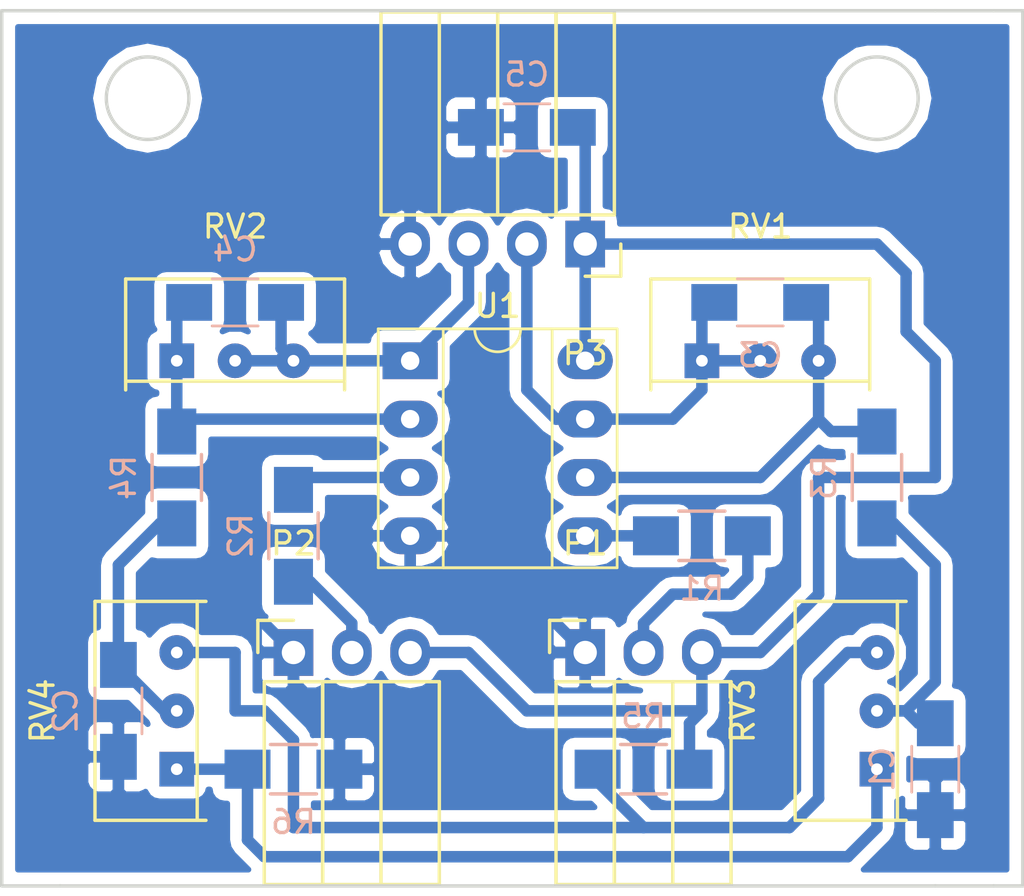
<source format=kicad_pcb>
(kicad_pcb (version 4) (host pcbnew 4.0.5)

  (general
    (links 38)
    (no_connects 0)
    (area 129.464999 93.904999 174.065001 132.155001)
    (thickness 1.6)
    (drawings 12)
    (tracks 113)
    (zones 0)
    (modules 19)
    (nets 15)
  )

  (page A4)
  (layers
    (0 F.Cu signal)
    (31 B.Cu signal)
    (32 B.Adhes user)
    (33 F.Adhes user)
    (34 B.Paste user)
    (35 F.Paste user)
    (36 B.SilkS user)
    (37 F.SilkS user)
    (38 B.Mask user)
    (39 F.Mask user)
    (40 Dwgs.User user)
    (41 Cmts.User user)
    (42 Eco1.User user)
    (43 Eco2.User user)
    (44 Edge.Cuts user)
    (45 Margin user)
    (46 B.CrtYd user)
    (47 F.CrtYd user)
    (48 B.Fab user)
    (49 F.Fab user)
  )

  (setup
    (last_trace_width 0.5)
    (user_trace_width 0.25)
    (user_trace_width 0.3)
    (user_trace_width 0.5)
    (trace_clearance 0.2)
    (zone_clearance 0.508)
    (zone_45_only no)
    (trace_min 0.2)
    (segment_width 0.2)
    (edge_width 0.15)
    (via_size 0.6)
    (via_drill 0.4)
    (via_min_size 0.4)
    (via_min_drill 0.3)
    (uvia_size 0.3)
    (uvia_drill 0.1)
    (uvias_allowed no)
    (uvia_min_size 0.2)
    (uvia_min_drill 0.1)
    (pcb_text_width 0.3)
    (pcb_text_size 1.5 1.5)
    (mod_edge_width 0.15)
    (mod_text_size 1 1)
    (mod_text_width 0.15)
    (pad_size 1.524 1.524)
    (pad_drill 0.762)
    (pad_to_mask_clearance 0.2)
    (aux_axis_origin 0 0)
    (visible_elements FFFEFF7F)
    (pcbplotparams
      (layerselection 0x00030_80000001)
      (usegerberextensions false)
      (excludeedgelayer true)
      (linewidth 0.100000)
      (plotframeref false)
      (viasonmask false)
      (mode 1)
      (useauxorigin false)
      (hpglpennumber 1)
      (hpglpenspeed 20)
      (hpglpendiameter 15)
      (hpglpenoverlay 2)
      (psnegative false)
      (psa4output false)
      (plotreference true)
      (plotvalue true)
      (plotinvisibletext false)
      (padsonsilk false)
      (subtractmaskfromsilk false)
      (outputformat 1)
      (mirror false)
      (drillshape 1)
      (scaleselection 1)
      (outputdirectory ""))
  )

  (net 0 "")
  (net 1 "Net-(C1-Pad1)")
  (net 2 GND)
  (net 3 "Net-(C2-Pad1)")
  (net 4 "Net-(C3-Pad1)")
  (net 5 "Net-(C3-Pad2)")
  (net 6 "Net-(C4-Pad1)")
  (net 7 "Net-(C4-Pad2)")
  (net 8 +5V)
  (net 9 "Net-(P1-Pad2)")
  (net 10 "Net-(P2-Pad2)")
  (net 11 "Net-(R1-Pad1)")
  (net 12 "Net-(R2-Pad1)")
  (net 13 "Net-(R5-Pad2)")
  (net 14 "Net-(R6-Pad1)")

  (net_class Default "Это класс цепей по умолчанию."
    (clearance 0.2)
    (trace_width 0.25)
    (via_dia 0.6)
    (via_drill 0.4)
    (uvia_dia 0.3)
    (uvia_drill 0.1)
    (add_net +5V)
    (add_net GND)
    (add_net "Net-(C1-Pad1)")
    (add_net "Net-(C2-Pad1)")
    (add_net "Net-(C3-Pad1)")
    (add_net "Net-(C3-Pad2)")
    (add_net "Net-(C4-Pad1)")
    (add_net "Net-(C4-Pad2)")
    (add_net "Net-(P1-Pad2)")
    (add_net "Net-(P2-Pad2)")
    (add_net "Net-(R1-Pad1)")
    (add_net "Net-(R2-Pad1)")
    (add_net "Net-(R5-Pad2)")
    (add_net "Net-(R6-Pad1)")
  )

  (module Capacitors_SMD:C_1206_HandSoldering placed (layer B.Cu) (tedit 541A9C03) (tstamp 58856023)
    (at 170.18 127 270)
    (descr "Capacitor SMD 1206, hand soldering")
    (tags "capacitor 1206")
    (path /588563CB)
    (attr smd)
    (fp_text reference C1 (at 0 2.3 270) (layer B.SilkS)
      (effects (font (size 1 1) (thickness 0.15)) (justify mirror))
    )
    (fp_text value 0,1 (at 0 -2.3 270) (layer B.Fab)
      (effects (font (size 1 1) (thickness 0.15)) (justify mirror))
    )
    (fp_line (start -1.6 -0.8) (end -1.6 0.8) (layer B.Fab) (width 0.1))
    (fp_line (start 1.6 -0.8) (end -1.6 -0.8) (layer B.Fab) (width 0.1))
    (fp_line (start 1.6 0.8) (end 1.6 -0.8) (layer B.Fab) (width 0.1))
    (fp_line (start -1.6 0.8) (end 1.6 0.8) (layer B.Fab) (width 0.1))
    (fp_line (start -3.3 1.15) (end 3.3 1.15) (layer B.CrtYd) (width 0.05))
    (fp_line (start -3.3 -1.15) (end 3.3 -1.15) (layer B.CrtYd) (width 0.05))
    (fp_line (start -3.3 1.15) (end -3.3 -1.15) (layer B.CrtYd) (width 0.05))
    (fp_line (start 3.3 1.15) (end 3.3 -1.15) (layer B.CrtYd) (width 0.05))
    (fp_line (start 1 1.025) (end -1 1.025) (layer B.SilkS) (width 0.12))
    (fp_line (start -1 -1.025) (end 1 -1.025) (layer B.SilkS) (width 0.12))
    (pad 1 smd rect (at -2 0 270) (size 2 1.6) (layers B.Cu B.Paste B.Mask)
      (net 1 "Net-(C1-Pad1)"))
    (pad 2 smd rect (at 2 0 270) (size 2 1.6) (layers B.Cu B.Paste B.Mask)
      (net 2 GND))
    (model Capacitors_SMD.3dshapes/C_1206_HandSoldering.wrl
      (at (xyz 0 0 0))
      (scale (xyz 1 1 1))
      (rotate (xyz 0 0 0))
    )
  )

  (module Capacitors_SMD:C_1206_HandSoldering placed (layer B.Cu) (tedit 541A9C03) (tstamp 58856029)
    (at 134.62 124.46 270)
    (descr "Capacitor SMD 1206, hand soldering")
    (tags "capacitor 1206")
    (path /588563CC)
    (attr smd)
    (fp_text reference C2 (at 0 2.3 270) (layer B.SilkS)
      (effects (font (size 1 1) (thickness 0.15)) (justify mirror))
    )
    (fp_text value 0,1 (at 0 -2.3 270) (layer B.Fab)
      (effects (font (size 1 1) (thickness 0.15)) (justify mirror))
    )
    (fp_line (start -1.6 -0.8) (end -1.6 0.8) (layer B.Fab) (width 0.1))
    (fp_line (start 1.6 -0.8) (end -1.6 -0.8) (layer B.Fab) (width 0.1))
    (fp_line (start 1.6 0.8) (end 1.6 -0.8) (layer B.Fab) (width 0.1))
    (fp_line (start -1.6 0.8) (end 1.6 0.8) (layer B.Fab) (width 0.1))
    (fp_line (start -3.3 1.15) (end 3.3 1.15) (layer B.CrtYd) (width 0.05))
    (fp_line (start -3.3 -1.15) (end 3.3 -1.15) (layer B.CrtYd) (width 0.05))
    (fp_line (start -3.3 1.15) (end -3.3 -1.15) (layer B.CrtYd) (width 0.05))
    (fp_line (start 3.3 1.15) (end 3.3 -1.15) (layer B.CrtYd) (width 0.05))
    (fp_line (start 1 1.025) (end -1 1.025) (layer B.SilkS) (width 0.12))
    (fp_line (start -1 -1.025) (end 1 -1.025) (layer B.SilkS) (width 0.12))
    (pad 1 smd rect (at -2 0 270) (size 2 1.6) (layers B.Cu B.Paste B.Mask)
      (net 3 "Net-(C2-Pad1)"))
    (pad 2 smd rect (at 2 0 270) (size 2 1.6) (layers B.Cu B.Paste B.Mask)
      (net 2 GND))
    (model Capacitors_SMD.3dshapes/C_1206_HandSoldering.wrl
      (at (xyz 0 0 0))
      (scale (xyz 1 1 1))
      (rotate (xyz 0 0 0))
    )
  )

  (module Capacitors_SMD:C_1206_HandSoldering placed (layer B.Cu) (tedit 541A9C03) (tstamp 5885602F)
    (at 162.56 106.68)
    (descr "Capacitor SMD 1206, hand soldering")
    (tags "capacitor 1206")
    (path /5885640B)
    (attr smd)
    (fp_text reference C3 (at 0 2.3) (layer B.SilkS)
      (effects (font (size 1 1) (thickness 0.15)) (justify mirror))
    )
    (fp_text value 0,01 (at 0 -2.3) (layer B.Fab)
      (effects (font (size 1 1) (thickness 0.15)) (justify mirror))
    )
    (fp_line (start -1.6 -0.8) (end -1.6 0.8) (layer B.Fab) (width 0.1))
    (fp_line (start 1.6 -0.8) (end -1.6 -0.8) (layer B.Fab) (width 0.1))
    (fp_line (start 1.6 0.8) (end 1.6 -0.8) (layer B.Fab) (width 0.1))
    (fp_line (start -1.6 0.8) (end 1.6 0.8) (layer B.Fab) (width 0.1))
    (fp_line (start -3.3 1.15) (end 3.3 1.15) (layer B.CrtYd) (width 0.05))
    (fp_line (start -3.3 -1.15) (end 3.3 -1.15) (layer B.CrtYd) (width 0.05))
    (fp_line (start -3.3 1.15) (end -3.3 -1.15) (layer B.CrtYd) (width 0.05))
    (fp_line (start 3.3 1.15) (end 3.3 -1.15) (layer B.CrtYd) (width 0.05))
    (fp_line (start 1 1.025) (end -1 1.025) (layer B.SilkS) (width 0.12))
    (fp_line (start -1 -1.025) (end 1 -1.025) (layer B.SilkS) (width 0.12))
    (pad 1 smd rect (at -2 0) (size 2 1.6) (layers B.Cu B.Paste B.Mask)
      (net 4 "Net-(C3-Pad1)"))
    (pad 2 smd rect (at 2 0) (size 2 1.6) (layers B.Cu B.Paste B.Mask)
      (net 5 "Net-(C3-Pad2)"))
    (model Capacitors_SMD.3dshapes/C_1206_HandSoldering.wrl
      (at (xyz 0 0 0))
      (scale (xyz 1 1 1))
      (rotate (xyz 0 0 0))
    )
  )

  (module Capacitors_SMD:C_1206_HandSoldering placed (layer B.Cu) (tedit 541A9C03) (tstamp 58856035)
    (at 139.7 106.68 180)
    (descr "Capacitor SMD 1206, hand soldering")
    (tags "capacitor 1206")
    (path /5885640C)
    (attr smd)
    (fp_text reference C4 (at 0 2.3 180) (layer B.SilkS)
      (effects (font (size 1 1) (thickness 0.15)) (justify mirror))
    )
    (fp_text value 0,01 (at 0 -2.3 180) (layer B.Fab)
      (effects (font (size 1 1) (thickness 0.15)) (justify mirror))
    )
    (fp_line (start -1.6 -0.8) (end -1.6 0.8) (layer B.Fab) (width 0.1))
    (fp_line (start 1.6 -0.8) (end -1.6 -0.8) (layer B.Fab) (width 0.1))
    (fp_line (start 1.6 0.8) (end 1.6 -0.8) (layer B.Fab) (width 0.1))
    (fp_line (start -1.6 0.8) (end 1.6 0.8) (layer B.Fab) (width 0.1))
    (fp_line (start -3.3 1.15) (end 3.3 1.15) (layer B.CrtYd) (width 0.05))
    (fp_line (start -3.3 -1.15) (end 3.3 -1.15) (layer B.CrtYd) (width 0.05))
    (fp_line (start -3.3 1.15) (end -3.3 -1.15) (layer B.CrtYd) (width 0.05))
    (fp_line (start 3.3 1.15) (end 3.3 -1.15) (layer B.CrtYd) (width 0.05))
    (fp_line (start 1 1.025) (end -1 1.025) (layer B.SilkS) (width 0.12))
    (fp_line (start -1 -1.025) (end 1 -1.025) (layer B.SilkS) (width 0.12))
    (pad 1 smd rect (at -2 0 180) (size 2 1.6) (layers B.Cu B.Paste B.Mask)
      (net 6 "Net-(C4-Pad1)"))
    (pad 2 smd rect (at 2 0 180) (size 2 1.6) (layers B.Cu B.Paste B.Mask)
      (net 7 "Net-(C4-Pad2)"))
    (model Capacitors_SMD.3dshapes/C_1206_HandSoldering.wrl
      (at (xyz 0 0 0))
      (scale (xyz 1 1 1))
      (rotate (xyz 0 0 0))
    )
  )

  (module Capacitors_SMD:C_1206_HandSoldering placed (layer B.Cu) (tedit 541A9C03) (tstamp 5885603B)
    (at 152.4 99.06 180)
    (descr "Capacitor SMD 1206, hand soldering")
    (tags "capacitor 1206")
    (path /58858BB9)
    (attr smd)
    (fp_text reference C5 (at 0 2.3 180) (layer B.SilkS)
      (effects (font (size 1 1) (thickness 0.15)) (justify mirror))
    )
    (fp_text value 0,1 (at 0 -2.3 180) (layer B.Fab)
      (effects (font (size 1 1) (thickness 0.15)) (justify mirror))
    )
    (fp_line (start -1.6 -0.8) (end -1.6 0.8) (layer B.Fab) (width 0.1))
    (fp_line (start 1.6 -0.8) (end -1.6 -0.8) (layer B.Fab) (width 0.1))
    (fp_line (start 1.6 0.8) (end 1.6 -0.8) (layer B.Fab) (width 0.1))
    (fp_line (start -1.6 0.8) (end 1.6 0.8) (layer B.Fab) (width 0.1))
    (fp_line (start -3.3 1.15) (end 3.3 1.15) (layer B.CrtYd) (width 0.05))
    (fp_line (start -3.3 -1.15) (end 3.3 -1.15) (layer B.CrtYd) (width 0.05))
    (fp_line (start -3.3 1.15) (end -3.3 -1.15) (layer B.CrtYd) (width 0.05))
    (fp_line (start 3.3 1.15) (end 3.3 -1.15) (layer B.CrtYd) (width 0.05))
    (fp_line (start 1 1.025) (end -1 1.025) (layer B.SilkS) (width 0.12))
    (fp_line (start -1 -1.025) (end 1 -1.025) (layer B.SilkS) (width 0.12))
    (pad 1 smd rect (at -2 0 180) (size 2 1.6) (layers B.Cu B.Paste B.Mask)
      (net 8 +5V))
    (pad 2 smd rect (at 2 0 180) (size 2 1.6) (layers B.Cu B.Paste B.Mask)
      (net 2 GND))
    (model Capacitors_SMD.3dshapes/C_1206_HandSoldering.wrl
      (at (xyz 0 0 0))
      (scale (xyz 1 1 1))
      (rotate (xyz 0 0 0))
    )
  )

  (module Socket_Strips:Socket_Strip_Angled_1x03 placed (layer F.Cu) (tedit 0) (tstamp 58856042)
    (at 154.94 121.92)
    (descr "Through hole socket strip")
    (tags "socket strip")
    (path /588563B6)
    (fp_text reference P1 (at 0 -4.75) (layer F.SilkS)
      (effects (font (size 1 1) (thickness 0.15)))
    )
    (fp_text value Hall_L (at 0 -2.75) (layer F.Fab)
      (effects (font (size 1 1) (thickness 0.15)))
    )
    (fp_line (start -1.75 -1.5) (end -1.75 10.6) (layer F.CrtYd) (width 0.05))
    (fp_line (start 6.85 -1.5) (end 6.85 10.6) (layer F.CrtYd) (width 0.05))
    (fp_line (start -1.75 -1.5) (end 6.85 -1.5) (layer F.CrtYd) (width 0.05))
    (fp_line (start -1.75 10.6) (end 6.85 10.6) (layer F.CrtYd) (width 0.05))
    (fp_line (start 3.81 1.27) (end 6.35 1.27) (layer F.SilkS) (width 0.15))
    (fp_line (start 3.81 10.1) (end 6.35 10.1) (layer F.SilkS) (width 0.15))
    (fp_line (start 6.35 10.1) (end 6.35 1.27) (layer F.SilkS) (width 0.15))
    (fp_line (start 3.81 10.1) (end 3.81 1.27) (layer F.SilkS) (width 0.15))
    (fp_line (start 1.27 10.1) (end 3.81 10.1) (layer F.SilkS) (width 0.15))
    (fp_line (start 1.27 1.27) (end 1.27 10.1) (layer F.SilkS) (width 0.15))
    (fp_line (start 1.27 1.27) (end 3.81 1.27) (layer F.SilkS) (width 0.15))
    (fp_line (start -1.27 1.27) (end 1.27 1.27) (layer F.SilkS) (width 0.15))
    (fp_line (start 0 -1.4) (end -1.55 -1.4) (layer F.SilkS) (width 0.15))
    (fp_line (start -1.55 -1.4) (end -1.55 0) (layer F.SilkS) (width 0.15))
    (fp_line (start -1.27 1.27) (end -1.27 10.1) (layer F.SilkS) (width 0.15))
    (fp_line (start -1.27 10.1) (end 1.27 10.1) (layer F.SilkS) (width 0.15))
    (fp_line (start 1.27 10.1) (end 1.27 1.27) (layer F.SilkS) (width 0.15))
    (pad 1 thru_hole rect (at 0 0) (size 1.7272 2.032) (drill 1.016) (layers *.Cu *.Mask)
      (net 2 GND))
    (pad 2 thru_hole oval (at 2.54 0) (size 1.7272 2.032) (drill 1.016) (layers *.Cu *.Mask)
      (net 9 "Net-(P1-Pad2)"))
    (pad 3 thru_hole oval (at 5.08 0) (size 1.7272 2.032) (drill 1.016) (layers *.Cu *.Mask)
      (net 8 +5V))
    (model Socket_Strips.3dshapes/Socket_Strip_Angled_1x03.wrl
      (at (xyz 0.1 0 0))
      (scale (xyz 1 1 1))
      (rotate (xyz 0 0 180))
    )
  )

  (module Socket_Strips:Socket_Strip_Angled_1x03 placed (layer F.Cu) (tedit 0) (tstamp 58856049)
    (at 142.24 121.92)
    (descr "Through hole socket strip")
    (tags "socket strip")
    (path /588563B7)
    (fp_text reference P2 (at 0 -4.75) (layer F.SilkS)
      (effects (font (size 1 1) (thickness 0.15)))
    )
    (fp_text value Hall_R (at 0 -2.75) (layer F.Fab)
      (effects (font (size 1 1) (thickness 0.15)))
    )
    (fp_line (start -1.75 -1.5) (end -1.75 10.6) (layer F.CrtYd) (width 0.05))
    (fp_line (start 6.85 -1.5) (end 6.85 10.6) (layer F.CrtYd) (width 0.05))
    (fp_line (start -1.75 -1.5) (end 6.85 -1.5) (layer F.CrtYd) (width 0.05))
    (fp_line (start -1.75 10.6) (end 6.85 10.6) (layer F.CrtYd) (width 0.05))
    (fp_line (start 3.81 1.27) (end 6.35 1.27) (layer F.SilkS) (width 0.15))
    (fp_line (start 3.81 10.1) (end 6.35 10.1) (layer F.SilkS) (width 0.15))
    (fp_line (start 6.35 10.1) (end 6.35 1.27) (layer F.SilkS) (width 0.15))
    (fp_line (start 3.81 10.1) (end 3.81 1.27) (layer F.SilkS) (width 0.15))
    (fp_line (start 1.27 10.1) (end 3.81 10.1) (layer F.SilkS) (width 0.15))
    (fp_line (start 1.27 1.27) (end 1.27 10.1) (layer F.SilkS) (width 0.15))
    (fp_line (start 1.27 1.27) (end 3.81 1.27) (layer F.SilkS) (width 0.15))
    (fp_line (start -1.27 1.27) (end 1.27 1.27) (layer F.SilkS) (width 0.15))
    (fp_line (start 0 -1.4) (end -1.55 -1.4) (layer F.SilkS) (width 0.15))
    (fp_line (start -1.55 -1.4) (end -1.55 0) (layer F.SilkS) (width 0.15))
    (fp_line (start -1.27 1.27) (end -1.27 10.1) (layer F.SilkS) (width 0.15))
    (fp_line (start -1.27 10.1) (end 1.27 10.1) (layer F.SilkS) (width 0.15))
    (fp_line (start 1.27 10.1) (end 1.27 1.27) (layer F.SilkS) (width 0.15))
    (pad 1 thru_hole rect (at 0 0) (size 1.7272 2.032) (drill 1.016) (layers *.Cu *.Mask)
      (net 2 GND))
    (pad 2 thru_hole oval (at 2.54 0) (size 1.7272 2.032) (drill 1.016) (layers *.Cu *.Mask)
      (net 10 "Net-(P2-Pad2)"))
    (pad 3 thru_hole oval (at 5.08 0) (size 1.7272 2.032) (drill 1.016) (layers *.Cu *.Mask)
      (net 8 +5V))
    (model Socket_Strips.3dshapes/Socket_Strip_Angled_1x03.wrl
      (at (xyz 0.1 0 0))
      (scale (xyz 1 1 1))
      (rotate (xyz 0 0 180))
    )
  )

  (module Socket_Strips:Socket_Strip_Angled_1x04 placed (layer F.Cu) (tedit 0) (tstamp 58856051)
    (at 154.94 104.14 180)
    (descr "Through hole socket strip")
    (tags "socket strip")
    (path /5885853D)
    (fp_text reference P3 (at 0 -4.75 180) (layer F.SilkS)
      (effects (font (size 1 1) (thickness 0.15)))
    )
    (fp_text value CONN_01X04 (at 0 -2.75 180) (layer F.Fab)
      (effects (font (size 1 1) (thickness 0.15)))
    )
    (fp_line (start -1.75 -1.5) (end -1.75 10.6) (layer F.CrtYd) (width 0.05))
    (fp_line (start 9.4 -1.5) (end 9.4 10.6) (layer F.CrtYd) (width 0.05))
    (fp_line (start -1.75 -1.5) (end 9.4 -1.5) (layer F.CrtYd) (width 0.05))
    (fp_line (start -1.75 10.6) (end 9.4 10.6) (layer F.CrtYd) (width 0.05))
    (fp_line (start 8.89 10.1) (end 8.89 1.27) (layer F.SilkS) (width 0.15))
    (fp_line (start 6.35 10.1) (end 8.89 10.1) (layer F.SilkS) (width 0.15))
    (fp_line (start 6.35 1.27) (end 8.89 1.27) (layer F.SilkS) (width 0.15))
    (fp_line (start 3.81 1.27) (end 6.35 1.27) (layer F.SilkS) (width 0.15))
    (fp_line (start 3.81 10.1) (end 6.35 10.1) (layer F.SilkS) (width 0.15))
    (fp_line (start 6.35 10.1) (end 6.35 1.27) (layer F.SilkS) (width 0.15))
    (fp_line (start 3.81 10.1) (end 3.81 1.27) (layer F.SilkS) (width 0.15))
    (fp_line (start 1.27 10.1) (end 3.81 10.1) (layer F.SilkS) (width 0.15))
    (fp_line (start 1.27 1.27) (end 1.27 10.1) (layer F.SilkS) (width 0.15))
    (fp_line (start 1.27 1.27) (end 3.81 1.27) (layer F.SilkS) (width 0.15))
    (fp_line (start -1.27 1.27) (end 1.27 1.27) (layer F.SilkS) (width 0.15))
    (fp_line (start 0 -1.4) (end -1.55 -1.4) (layer F.SilkS) (width 0.15))
    (fp_line (start -1.55 -1.4) (end -1.55 0) (layer F.SilkS) (width 0.15))
    (fp_line (start -1.27 1.27) (end -1.27 10.1) (layer F.SilkS) (width 0.15))
    (fp_line (start -1.27 10.1) (end 1.27 10.1) (layer F.SilkS) (width 0.15))
    (fp_line (start 1.27 10.1) (end 1.27 1.27) (layer F.SilkS) (width 0.15))
    (pad 1 thru_hole rect (at 0 0 180) (size 1.7272 2.032) (drill 1.016) (layers *.Cu *.Mask)
      (net 8 +5V))
    (pad 2 thru_hole oval (at 2.54 0 180) (size 1.7272 2.032) (drill 1.016) (layers *.Cu *.Mask)
      (net 4 "Net-(C3-Pad1)"))
    (pad 3 thru_hole oval (at 5.08 0 180) (size 1.7272 2.032) (drill 1.016) (layers *.Cu *.Mask)
      (net 6 "Net-(C4-Pad1)"))
    (pad 4 thru_hole oval (at 7.62 0 180) (size 1.7272 2.032) (drill 1.016) (layers *.Cu *.Mask)
      (net 2 GND))
    (model Socket_Strips.3dshapes/Socket_Strip_Angled_1x04.wrl
      (at (xyz 0.15 0 0))
      (scale (xyz 1 1 1))
      (rotate (xyz 0 0 180))
    )
  )

  (module Resistors_SMD:R_1206_HandSoldering placed (layer B.Cu) (tedit 58307C0D) (tstamp 58856057)
    (at 160.02 116.84)
    (descr "Resistor SMD 1206, hand soldering")
    (tags "resistor 1206")
    (path /588563BF)
    (attr smd)
    (fp_text reference R1 (at 0 2.3) (layer B.SilkS)
      (effects (font (size 1 1) (thickness 0.15)) (justify mirror))
    )
    (fp_text value 10k (at 0 -2.3) (layer B.Fab)
      (effects (font (size 1 1) (thickness 0.15)) (justify mirror))
    )
    (fp_line (start -1.6 -0.8) (end -1.6 0.8) (layer B.Fab) (width 0.1))
    (fp_line (start 1.6 -0.8) (end -1.6 -0.8) (layer B.Fab) (width 0.1))
    (fp_line (start 1.6 0.8) (end 1.6 -0.8) (layer B.Fab) (width 0.1))
    (fp_line (start -1.6 0.8) (end 1.6 0.8) (layer B.Fab) (width 0.1))
    (fp_line (start -3.3 1.2) (end 3.3 1.2) (layer B.CrtYd) (width 0.05))
    (fp_line (start -3.3 -1.2) (end 3.3 -1.2) (layer B.CrtYd) (width 0.05))
    (fp_line (start -3.3 1.2) (end -3.3 -1.2) (layer B.CrtYd) (width 0.05))
    (fp_line (start 3.3 1.2) (end 3.3 -1.2) (layer B.CrtYd) (width 0.05))
    (fp_line (start 1 -1.075) (end -1 -1.075) (layer B.SilkS) (width 0.15))
    (fp_line (start -1 1.075) (end 1 1.075) (layer B.SilkS) (width 0.15))
    (pad 1 smd rect (at -2 0) (size 2 1.7) (layers B.Cu B.Paste B.Mask)
      (net 11 "Net-(R1-Pad1)"))
    (pad 2 smd rect (at 2 0) (size 2 1.7) (layers B.Cu B.Paste B.Mask)
      (net 9 "Net-(P1-Pad2)"))
    (model Resistors_SMD.3dshapes/R_1206_HandSoldering.wrl
      (at (xyz 0 0 0))
      (scale (xyz 1 1 1))
      (rotate (xyz 0 0 0))
    )
  )

  (module Resistors_SMD:R_1206_HandSoldering placed (layer B.Cu) (tedit 58307C0D) (tstamp 5885605D)
    (at 142.24 116.84 270)
    (descr "Resistor SMD 1206, hand soldering")
    (tags "resistor 1206")
    (path /588563C0)
    (attr smd)
    (fp_text reference R2 (at 0 2.3 270) (layer B.SilkS)
      (effects (font (size 1 1) (thickness 0.15)) (justify mirror))
    )
    (fp_text value 10k (at 0 -2.3 270) (layer B.Fab)
      (effects (font (size 1 1) (thickness 0.15)) (justify mirror))
    )
    (fp_line (start -1.6 -0.8) (end -1.6 0.8) (layer B.Fab) (width 0.1))
    (fp_line (start 1.6 -0.8) (end -1.6 -0.8) (layer B.Fab) (width 0.1))
    (fp_line (start 1.6 0.8) (end 1.6 -0.8) (layer B.Fab) (width 0.1))
    (fp_line (start -1.6 0.8) (end 1.6 0.8) (layer B.Fab) (width 0.1))
    (fp_line (start -3.3 1.2) (end 3.3 1.2) (layer B.CrtYd) (width 0.05))
    (fp_line (start -3.3 -1.2) (end 3.3 -1.2) (layer B.CrtYd) (width 0.05))
    (fp_line (start -3.3 1.2) (end -3.3 -1.2) (layer B.CrtYd) (width 0.05))
    (fp_line (start 3.3 1.2) (end 3.3 -1.2) (layer B.CrtYd) (width 0.05))
    (fp_line (start 1 -1.075) (end -1 -1.075) (layer B.SilkS) (width 0.15))
    (fp_line (start -1 1.075) (end 1 1.075) (layer B.SilkS) (width 0.15))
    (pad 1 smd rect (at -2 0 270) (size 2 1.7) (layers B.Cu B.Paste B.Mask)
      (net 12 "Net-(R2-Pad1)"))
    (pad 2 smd rect (at 2 0 270) (size 2 1.7) (layers B.Cu B.Paste B.Mask)
      (net 10 "Net-(P2-Pad2)"))
    (model Resistors_SMD.3dshapes/R_1206_HandSoldering.wrl
      (at (xyz 0 0 0))
      (scale (xyz 1 1 1))
      (rotate (xyz 0 0 0))
    )
  )

  (module Resistors_SMD:R_1206_HandSoldering placed (layer B.Cu) (tedit 58307C0D) (tstamp 58856063)
    (at 167.64 114.3 270)
    (descr "Resistor SMD 1206, hand soldering")
    (tags "resistor 1206")
    (path /588563C1)
    (attr smd)
    (fp_text reference R3 (at 0 2.3 270) (layer B.SilkS)
      (effects (font (size 1 1) (thickness 0.15)) (justify mirror))
    )
    (fp_text value 22k (at 0 -2.3 270) (layer B.Fab)
      (effects (font (size 1 1) (thickness 0.15)) (justify mirror))
    )
    (fp_line (start -1.6 -0.8) (end -1.6 0.8) (layer B.Fab) (width 0.1))
    (fp_line (start 1.6 -0.8) (end -1.6 -0.8) (layer B.Fab) (width 0.1))
    (fp_line (start 1.6 0.8) (end 1.6 -0.8) (layer B.Fab) (width 0.1))
    (fp_line (start -1.6 0.8) (end 1.6 0.8) (layer B.Fab) (width 0.1))
    (fp_line (start -3.3 1.2) (end 3.3 1.2) (layer B.CrtYd) (width 0.05))
    (fp_line (start -3.3 -1.2) (end 3.3 -1.2) (layer B.CrtYd) (width 0.05))
    (fp_line (start -3.3 1.2) (end -3.3 -1.2) (layer B.CrtYd) (width 0.05))
    (fp_line (start 3.3 1.2) (end 3.3 -1.2) (layer B.CrtYd) (width 0.05))
    (fp_line (start 1 -1.075) (end -1 -1.075) (layer B.SilkS) (width 0.15))
    (fp_line (start -1 1.075) (end 1 1.075) (layer B.SilkS) (width 0.15))
    (pad 1 smd rect (at -2 0 270) (size 2 1.7) (layers B.Cu B.Paste B.Mask)
      (net 5 "Net-(C3-Pad2)"))
    (pad 2 smd rect (at 2 0 270) (size 2 1.7) (layers B.Cu B.Paste B.Mask)
      (net 1 "Net-(C1-Pad1)"))
    (model Resistors_SMD.3dshapes/R_1206_HandSoldering.wrl
      (at (xyz 0 0 0))
      (scale (xyz 1 1 1))
      (rotate (xyz 0 0 0))
    )
  )

  (module Resistors_SMD:R_1206_HandSoldering placed (layer B.Cu) (tedit 58307C0D) (tstamp 58856069)
    (at 137.16 114.3 270)
    (descr "Resistor SMD 1206, hand soldering")
    (tags "resistor 1206")
    (path /588563C2)
    (attr smd)
    (fp_text reference R4 (at 0 2.3 270) (layer B.SilkS)
      (effects (font (size 1 1) (thickness 0.15)) (justify mirror))
    )
    (fp_text value 22k (at 0 -2.3 270) (layer B.Fab)
      (effects (font (size 1 1) (thickness 0.15)) (justify mirror))
    )
    (fp_line (start -1.6 -0.8) (end -1.6 0.8) (layer B.Fab) (width 0.1))
    (fp_line (start 1.6 -0.8) (end -1.6 -0.8) (layer B.Fab) (width 0.1))
    (fp_line (start 1.6 0.8) (end 1.6 -0.8) (layer B.Fab) (width 0.1))
    (fp_line (start -1.6 0.8) (end 1.6 0.8) (layer B.Fab) (width 0.1))
    (fp_line (start -3.3 1.2) (end 3.3 1.2) (layer B.CrtYd) (width 0.05))
    (fp_line (start -3.3 -1.2) (end 3.3 -1.2) (layer B.CrtYd) (width 0.05))
    (fp_line (start -3.3 1.2) (end -3.3 -1.2) (layer B.CrtYd) (width 0.05))
    (fp_line (start 3.3 1.2) (end 3.3 -1.2) (layer B.CrtYd) (width 0.05))
    (fp_line (start 1 -1.075) (end -1 -1.075) (layer B.SilkS) (width 0.15))
    (fp_line (start -1 1.075) (end 1 1.075) (layer B.SilkS) (width 0.15))
    (pad 1 smd rect (at -2 0 270) (size 2 1.7) (layers B.Cu B.Paste B.Mask)
      (net 7 "Net-(C4-Pad2)"))
    (pad 2 smd rect (at 2 0 270) (size 2 1.7) (layers B.Cu B.Paste B.Mask)
      (net 3 "Net-(C2-Pad1)"))
    (model Resistors_SMD.3dshapes/R_1206_HandSoldering.wrl
      (at (xyz 0 0 0))
      (scale (xyz 1 1 1))
      (rotate (xyz 0 0 0))
    )
  )

  (module Resistors_SMD:R_1206_HandSoldering placed (layer B.Cu) (tedit 58307C0D) (tstamp 5885606F)
    (at 157.48 127 180)
    (descr "Resistor SMD 1206, hand soldering")
    (tags "resistor 1206")
    (path /588563C7)
    (attr smd)
    (fp_text reference R5 (at 0 2.3 180) (layer B.SilkS)
      (effects (font (size 1 1) (thickness 0.15)) (justify mirror))
    )
    (fp_text value 1k (at 0 -2.3 180) (layer B.Fab)
      (effects (font (size 1 1) (thickness 0.15)) (justify mirror))
    )
    (fp_line (start -1.6 -0.8) (end -1.6 0.8) (layer B.Fab) (width 0.1))
    (fp_line (start 1.6 -0.8) (end -1.6 -0.8) (layer B.Fab) (width 0.1))
    (fp_line (start 1.6 0.8) (end 1.6 -0.8) (layer B.Fab) (width 0.1))
    (fp_line (start -1.6 0.8) (end 1.6 0.8) (layer B.Fab) (width 0.1))
    (fp_line (start -3.3 1.2) (end 3.3 1.2) (layer B.CrtYd) (width 0.05))
    (fp_line (start -3.3 -1.2) (end 3.3 -1.2) (layer B.CrtYd) (width 0.05))
    (fp_line (start -3.3 1.2) (end -3.3 -1.2) (layer B.CrtYd) (width 0.05))
    (fp_line (start 3.3 1.2) (end 3.3 -1.2) (layer B.CrtYd) (width 0.05))
    (fp_line (start 1 -1.075) (end -1 -1.075) (layer B.SilkS) (width 0.15))
    (fp_line (start -1 1.075) (end 1 1.075) (layer B.SilkS) (width 0.15))
    (pad 1 smd rect (at -2 0 180) (size 2 1.7) (layers B.Cu B.Paste B.Mask)
      (net 8 +5V))
    (pad 2 smd rect (at 2 0 180) (size 2 1.7) (layers B.Cu B.Paste B.Mask)
      (net 13 "Net-(R5-Pad2)"))
    (model Resistors_SMD.3dshapes/R_1206_HandSoldering.wrl
      (at (xyz 0 0 0))
      (scale (xyz 1 1 1))
      (rotate (xyz 0 0 0))
    )
  )

  (module Resistors_SMD:R_1206_HandSoldering placed (layer B.Cu) (tedit 58307C0D) (tstamp 58856075)
    (at 142.24 127)
    (descr "Resistor SMD 1206, hand soldering")
    (tags "resistor 1206")
    (path /588563C8)
    (attr smd)
    (fp_text reference R6 (at 0 2.3) (layer B.SilkS)
      (effects (font (size 1 1) (thickness 0.15)) (justify mirror))
    )
    (fp_text value 1k (at 0 -2.3) (layer B.Fab)
      (effects (font (size 1 1) (thickness 0.15)) (justify mirror))
    )
    (fp_line (start -1.6 -0.8) (end -1.6 0.8) (layer B.Fab) (width 0.1))
    (fp_line (start 1.6 -0.8) (end -1.6 -0.8) (layer B.Fab) (width 0.1))
    (fp_line (start 1.6 0.8) (end 1.6 -0.8) (layer B.Fab) (width 0.1))
    (fp_line (start -1.6 0.8) (end 1.6 0.8) (layer B.Fab) (width 0.1))
    (fp_line (start -3.3 1.2) (end 3.3 1.2) (layer B.CrtYd) (width 0.05))
    (fp_line (start -3.3 -1.2) (end 3.3 -1.2) (layer B.CrtYd) (width 0.05))
    (fp_line (start -3.3 1.2) (end -3.3 -1.2) (layer B.CrtYd) (width 0.05))
    (fp_line (start 3.3 1.2) (end 3.3 -1.2) (layer B.CrtYd) (width 0.05))
    (fp_line (start 1 -1.075) (end -1 -1.075) (layer B.SilkS) (width 0.15))
    (fp_line (start -1 1.075) (end 1 1.075) (layer B.SilkS) (width 0.15))
    (pad 1 smd rect (at -2 0) (size 2 1.7) (layers B.Cu B.Paste B.Mask)
      (net 14 "Net-(R6-Pad1)"))
    (pad 2 smd rect (at 2 0) (size 2 1.7) (layers B.Cu B.Paste B.Mask)
      (net 2 GND))
    (model Resistors_SMD.3dshapes/R_1206_HandSoldering.wrl
      (at (xyz 0 0 0))
      (scale (xyz 1 1 1))
      (rotate (xyz 0 0 0))
    )
  )

  (module Potentiometers:Potentiometer_Trimmer-Suntan-TSR-3386C placed (layer F.Cu) (tedit 53FD2F53) (tstamp 5885607C)
    (at 160.02 109.22)
    (path /588563C3)
    (fp_text reference RV1 (at 2.54 -5.842) (layer F.SilkS)
      (effects (font (size 1 1) (thickness 0.15)))
    )
    (fp_text value 22k (at 2.286 2.032) (layer F.Fab)
      (effects (font (size 1 1) (thickness 0.15)))
    )
    (fp_line (start -2.225 -3.56) (end 7.305 -3.56) (layer F.SilkS) (width 0.15))
    (fp_line (start 7.305 -3.56) (end 7.305 1.27) (layer F.SilkS) (width 0.15))
    (fp_line (start 7.305 0.89) (end -2.225 0.89) (layer F.SilkS) (width 0.15))
    (fp_line (start -2.225 -3.56) (end -2.225 1.27) (layer F.SilkS) (width 0.15))
    (pad 3 thru_hole circle (at 5.08 0) (size 1.51 1.51) (drill 0.51) (layers *.Cu *.Mask)
      (net 5 "Net-(C3-Pad2)"))
    (pad 1 thru_hole rect (at 0 0) (size 1.51 1.51) (drill 0.51) (layers *.Cu *.Mask)
      (net 4 "Net-(C3-Pad1)"))
    (pad 2 thru_hole circle (at 2.54 0) (size 1.51 1.51) (drill 0.51) (layers *.Cu *.Mask)
      (net 4 "Net-(C3-Pad1)"))
  )

  (module Potentiometers:Potentiometer_Trimmer-Suntan-TSR-3386C placed (layer F.Cu) (tedit 53FD2F53) (tstamp 58856083)
    (at 137.16 109.22)
    (path /588563C4)
    (fp_text reference RV2 (at 2.54 -5.842) (layer F.SilkS)
      (effects (font (size 1 1) (thickness 0.15)))
    )
    (fp_text value 22k (at 2.286 2.032) (layer F.Fab)
      (effects (font (size 1 1) (thickness 0.15)))
    )
    (fp_line (start -2.225 -3.56) (end 7.305 -3.56) (layer F.SilkS) (width 0.15))
    (fp_line (start 7.305 -3.56) (end 7.305 1.27) (layer F.SilkS) (width 0.15))
    (fp_line (start 7.305 0.89) (end -2.225 0.89) (layer F.SilkS) (width 0.15))
    (fp_line (start -2.225 -3.56) (end -2.225 1.27) (layer F.SilkS) (width 0.15))
    (pad 3 thru_hole circle (at 5.08 0) (size 1.51 1.51) (drill 0.51) (layers *.Cu *.Mask)
      (net 6 "Net-(C4-Pad1)"))
    (pad 1 thru_hole rect (at 0 0) (size 1.51 1.51) (drill 0.51) (layers *.Cu *.Mask)
      (net 7 "Net-(C4-Pad2)"))
    (pad 2 thru_hole circle (at 2.54 0) (size 1.51 1.51) (drill 0.51) (layers *.Cu *.Mask)
      (net 6 "Net-(C4-Pad1)"))
  )

  (module Potentiometers:Potentiometer_Trimmer-Suntan-TSR-3386C placed (layer F.Cu) (tedit 53FD2F53) (tstamp 5885608A)
    (at 167.64 127 90)
    (path /588563C5)
    (fp_text reference RV3 (at 2.54 -5.842 90) (layer F.SilkS)
      (effects (font (size 1 1) (thickness 0.15)))
    )
    (fp_text value 2,2k (at 2.286 2.032 90) (layer F.Fab)
      (effects (font (size 1 1) (thickness 0.15)))
    )
    (fp_line (start -2.225 -3.56) (end 7.305 -3.56) (layer F.SilkS) (width 0.15))
    (fp_line (start 7.305 -3.56) (end 7.305 1.27) (layer F.SilkS) (width 0.15))
    (fp_line (start 7.305 0.89) (end -2.225 0.89) (layer F.SilkS) (width 0.15))
    (fp_line (start -2.225 -3.56) (end -2.225 1.27) (layer F.SilkS) (width 0.15))
    (pad 3 thru_hole circle (at 5.08 0 90) (size 1.51 1.51) (drill 0.51) (layers *.Cu *.Mask)
      (net 13 "Net-(R5-Pad2)"))
    (pad 1 thru_hole rect (at 0 0 90) (size 1.51 1.51) (drill 0.51) (layers *.Cu *.Mask)
      (net 14 "Net-(R6-Pad1)"))
    (pad 2 thru_hole circle (at 2.54 0 90) (size 1.51 1.51) (drill 0.51) (layers *.Cu *.Mask)
      (net 1 "Net-(C1-Pad1)"))
  )

  (module Potentiometers:Potentiometer_Trimmer-Suntan-TSR-3386C placed (layer F.Cu) (tedit 53FD2F53) (tstamp 58856091)
    (at 137.16 127 90)
    (path /588563C6)
    (fp_text reference RV4 (at 2.54 -5.842 90) (layer F.SilkS)
      (effects (font (size 1 1) (thickness 0.15)))
    )
    (fp_text value 2,2k (at 2.286 2.032 90) (layer F.Fab)
      (effects (font (size 1 1) (thickness 0.15)))
    )
    (fp_line (start -2.225 -3.56) (end 7.305 -3.56) (layer F.SilkS) (width 0.15))
    (fp_line (start 7.305 -3.56) (end 7.305 1.27) (layer F.SilkS) (width 0.15))
    (fp_line (start 7.305 0.89) (end -2.225 0.89) (layer F.SilkS) (width 0.15))
    (fp_line (start -2.225 -3.56) (end -2.225 1.27) (layer F.SilkS) (width 0.15))
    (pad 3 thru_hole circle (at 5.08 0 90) (size 1.51 1.51) (drill 0.51) (layers *.Cu *.Mask)
      (net 13 "Net-(R5-Pad2)"))
    (pad 1 thru_hole rect (at 0 0 90) (size 1.51 1.51) (drill 0.51) (layers *.Cu *.Mask)
      (net 14 "Net-(R6-Pad1)"))
    (pad 2 thru_hole circle (at 2.54 0 90) (size 1.51 1.51) (drill 0.51) (layers *.Cu *.Mask)
      (net 3 "Net-(C2-Pad1)"))
  )

  (module Housings_DIP:DIP-8_W7.62mm_Socket_LongPads placed (layer F.Cu) (tedit 586281B4) (tstamp 5885609D)
    (at 147.32 109.22)
    (descr "8-lead dip package, row spacing 7.62 mm (300 mils), Socket, LongPads")
    (tags "DIL DIP PDIP 2.54mm 7.62mm 300mil Socket LongPads")
    (path /588563BC)
    (fp_text reference U1 (at 3.81 -2.39) (layer F.SilkS)
      (effects (font (size 1 1) (thickness 0.15)))
    )
    (fp_text value MCP602 (at 3.81 10.01) (layer F.Fab)
      (effects (font (size 1 1) (thickness 0.15)))
    )
    (fp_arc (start 3.81 -1.39) (end 2.81 -1.39) (angle -180) (layer F.SilkS) (width 0.12))
    (fp_line (start 1.635 -1.27) (end 6.985 -1.27) (layer F.Fab) (width 0.1))
    (fp_line (start 6.985 -1.27) (end 6.985 8.89) (layer F.Fab) (width 0.1))
    (fp_line (start 6.985 8.89) (end 0.635 8.89) (layer F.Fab) (width 0.1))
    (fp_line (start 0.635 8.89) (end 0.635 -0.27) (layer F.Fab) (width 0.1))
    (fp_line (start 0.635 -0.27) (end 1.635 -1.27) (layer F.Fab) (width 0.1))
    (fp_line (start -1.27 -1.27) (end -1.27 8.89) (layer F.Fab) (width 0.1))
    (fp_line (start -1.27 8.89) (end 8.89 8.89) (layer F.Fab) (width 0.1))
    (fp_line (start 8.89 8.89) (end 8.89 -1.27) (layer F.Fab) (width 0.1))
    (fp_line (start 8.89 -1.27) (end -1.27 -1.27) (layer F.Fab) (width 0.1))
    (fp_line (start 2.81 -1.39) (end 1.44 -1.39) (layer F.SilkS) (width 0.12))
    (fp_line (start 1.44 -1.39) (end 1.44 9.01) (layer F.SilkS) (width 0.12))
    (fp_line (start 1.44 9.01) (end 6.18 9.01) (layer F.SilkS) (width 0.12))
    (fp_line (start 6.18 9.01) (end 6.18 -1.39) (layer F.SilkS) (width 0.12))
    (fp_line (start 6.18 -1.39) (end 4.81 -1.39) (layer F.SilkS) (width 0.12))
    (fp_line (start -1.39 -1.39) (end -1.39 9.01) (layer F.SilkS) (width 0.12))
    (fp_line (start -1.39 9.01) (end 9.01 9.01) (layer F.SilkS) (width 0.12))
    (fp_line (start 9.01 9.01) (end 9.01 -1.39) (layer F.SilkS) (width 0.12))
    (fp_line (start 9.01 -1.39) (end -1.39 -1.39) (layer F.SilkS) (width 0.12))
    (fp_line (start -1.7 -1.7) (end -1.7 9.3) (layer F.CrtYd) (width 0.05))
    (fp_line (start -1.7 9.3) (end 9.3 9.3) (layer F.CrtYd) (width 0.05))
    (fp_line (start 9.3 9.3) (end 9.3 -1.7) (layer F.CrtYd) (width 0.05))
    (fp_line (start 9.3 -1.7) (end -1.7 -1.7) (layer F.CrtYd) (width 0.05))
    (pad 1 thru_hole rect (at 0 0) (size 2.4 1.6) (drill 0.8) (layers *.Cu *.Mask)
      (net 6 "Net-(C4-Pad1)"))
    (pad 5 thru_hole oval (at 7.62 7.62) (size 2.4 1.6) (drill 0.8) (layers *.Cu *.Mask)
      (net 11 "Net-(R1-Pad1)"))
    (pad 2 thru_hole oval (at 0 2.54) (size 2.4 1.6) (drill 0.8) (layers *.Cu *.Mask)
      (net 7 "Net-(C4-Pad2)"))
    (pad 6 thru_hole oval (at 7.62 5.08) (size 2.4 1.6) (drill 0.8) (layers *.Cu *.Mask)
      (net 5 "Net-(C3-Pad2)"))
    (pad 3 thru_hole oval (at 0 5.08) (size 2.4 1.6) (drill 0.8) (layers *.Cu *.Mask)
      (net 12 "Net-(R2-Pad1)"))
    (pad 7 thru_hole oval (at 7.62 2.54) (size 2.4 1.6) (drill 0.8) (layers *.Cu *.Mask)
      (net 4 "Net-(C3-Pad1)"))
    (pad 4 thru_hole oval (at 0 7.62) (size 2.4 1.6) (drill 0.8) (layers *.Cu *.Mask)
      (net 2 GND))
    (pad 8 thru_hole oval (at 7.62 0) (size 2.4 1.6) (drill 0.8) (layers *.Cu *.Mask)
      (net 8 +5V))
    (model Housings_DIP.3dshapes/DIP-8_W7.62mm_Socket_LongPads.wrl
      (at (xyz 0 0 0))
      (scale (xyz 1 1 1))
      (rotate (xyz 0 0 0))
    )
  )

  (gr_line (start 173.99 93.98) (end 172.72 93.98) (angle 90) (layer Edge.Cuts) (width 0.15))
  (gr_line (start 173.99 132.08) (end 173.99 93.98) (angle 90) (layer Edge.Cuts) (width 0.15))
  (gr_line (start 172.72 132.08) (end 173.99 132.08) (angle 90) (layer Edge.Cuts) (width 0.15))
  (gr_line (start 129.54 93.98) (end 132.08 93.98) (angle 90) (layer Edge.Cuts) (width 0.15))
  (gr_line (start 129.54 132.08) (end 129.54 93.98) (angle 90) (layer Edge.Cuts) (width 0.15))
  (gr_line (start 132.08 132.08) (end 129.54 132.08) (angle 90) (layer Edge.Cuts) (width 0.15))
  (gr_line (start 172.72 132.08) (end 170.18 132.08) (angle 90) (layer Edge.Cuts) (width 0.15))
  (gr_line (start 170.18 93.98) (end 172.72 93.98) (angle 90) (layer Edge.Cuts) (width 0.15))
  (gr_circle (center 135.89 97.79) (end 134.62 96.52) (layer Edge.Cuts) (width 0.15))
  (gr_circle (center 167.64 97.79) (end 168.91 96.52) (layer Edge.Cuts) (width 0.15))
  (gr_line (start 170.18 93.98) (end 132.08 93.98) (angle 90) (layer Edge.Cuts) (width 0.15))
  (gr_line (start 132.08 132.08) (end 170.18 132.08) (angle 90) (layer Edge.Cuts) (width 0.15))

  (segment (start 170.18 125) (end 169.45 125) (width 0.5) (layer B.Cu) (net 1))
  (segment (start 169.45 125) (end 168.91 124.46) (width 0.5) (layer B.Cu) (net 1) (tstamp 58856B65))
  (segment (start 168.91 124.46) (end 167.64 124.46) (width 0.5) (layer B.Cu) (net 1) (tstamp 58856B66))
  (segment (start 167.64 124.46) (end 168.91 124.46) (width 0.5) (layer B.Cu) (net 1))
  (segment (start 170.18 118.11) (end 168.37 116.3) (width 0.5) (layer B.Cu) (net 1) (tstamp 58856A79))
  (segment (start 170.18 123.19) (end 170.18 118.11) (width 0.5) (layer B.Cu) (net 1) (tstamp 58856A78))
  (segment (start 168.91 124.46) (end 170.18 123.19) (width 0.5) (layer B.Cu) (net 1) (tstamp 58856A77))
  (segment (start 168.37 116.3) (end 167.64 116.3) (width 0.5) (layer B.Cu) (net 1) (tstamp 58856A7A))
  (segment (start 170.18 129) (end 171.99 129) (width 0.5) (layer B.Cu) (net 2))
  (segment (start 150.4 95.98) (end 150.4 99.06) (width 0.5) (layer B.Cu) (net 2) (tstamp 58856B6E))
  (segment (start 151.13 95.25) (end 150.4 95.98) (width 0.5) (layer B.Cu) (net 2) (tstamp 58856B6D))
  (segment (start 171.45 95.25) (end 151.13 95.25) (width 0.5) (layer B.Cu) (net 2) (tstamp 58856B6C))
  (segment (start 172.72 96.52) (end 171.45 95.25) (width 0.5) (layer B.Cu) (net 2) (tstamp 58856B6B))
  (segment (start 172.72 128.27) (end 172.72 96.52) (width 0.5) (layer B.Cu) (net 2) (tstamp 58856B6A))
  (segment (start 171.99 129) (end 172.72 128.27) (width 0.5) (layer B.Cu) (net 2) (tstamp 58856B69))
  (segment (start 134.62 126.46) (end 132.81 126.46) (width 0.5) (layer B.Cu) (net 2))
  (segment (start 132.08 115.57) (end 133.35 114.3) (width 0.5) (layer B.Cu) (net 2) (tstamp 58856B0F))
  (segment (start 132.08 125.73) (end 132.08 115.57) (width 0.5) (layer B.Cu) (net 2) (tstamp 58856B0E))
  (segment (start 132.81 126.46) (end 132.08 125.73) (width 0.5) (layer B.Cu) (net 2) (tstamp 58856B0D))
  (segment (start 139.7 116.84) (end 139.7 114.3) (width 0.5) (layer B.Cu) (net 2))
  (segment (start 133.35 104.14) (end 147.32 104.14) (width 0.5) (layer B.Cu) (net 2) (tstamp 58856B03))
  (segment (start 133.35 114.3) (end 133.35 104.14) (width 0.5) (layer B.Cu) (net 2) (tstamp 58856B02))
  (segment (start 139.7 114.3) (end 133.35 114.3) (width 0.5) (layer B.Cu) (net 2) (tstamp 58856B01))
  (segment (start 147.32 104.14) (end 147.32 99.06) (width 0.5) (layer B.Cu) (net 2) (tstamp 58856B04))
  (segment (start 147.32 99.06) (end 150.4 99.06) (width 0.5) (layer B.Cu) (net 2) (tstamp 58856B05))
  (segment (start 147.32 116.84) (end 149.86 116.84) (width 0.5) (layer B.Cu) (net 2))
  (segment (start 149.86 116.84) (end 154.94 121.92) (width 0.5) (layer B.Cu) (net 2) (tstamp 58856AFD))
  (segment (start 142.24 121.92) (end 139.7 119.38) (width 0.5) (layer B.Cu) (net 2))
  (segment (start 139.7 116.84) (end 147.32 116.84) (width 0.5) (layer B.Cu) (net 2) (tstamp 58856AFA))
  (segment (start 139.7 119.38) (end 139.7 116.84) (width 0.5) (layer B.Cu) (net 2) (tstamp 58856AF9))
  (segment (start 144.24 127) (end 144.24 125.19) (width 0.5) (layer B.Cu) (net 2))
  (segment (start 142.24 123.19) (end 142.24 121.92) (width 0.5) (layer B.Cu) (net 2) (tstamp 58856AEB))
  (segment (start 144.24 125.19) (end 142.24 123.19) (width 0.5) (layer B.Cu) (net 2) (tstamp 58856AEA))
  (segment (start 137.16 116.3) (end 136.43 116.3) (width 0.5) (layer B.Cu) (net 3))
  (segment (start 136.43 116.3) (end 134.62 118.11) (width 0.5) (layer B.Cu) (net 3) (tstamp 58856A47))
  (segment (start 134.62 118.11) (end 134.62 122.46) (width 0.5) (layer B.Cu) (net 3) (tstamp 58856A48))
  (segment (start 137.16 124.46) (end 136.62 124.46) (width 0.5) (layer B.Cu) (net 3))
  (segment (start 136.62 124.46) (end 134.62 122.46) (width 0.5) (layer B.Cu) (net 3) (tstamp 58856A44))
  (segment (start 154.94 111.76) (end 158.75 111.76) (width 0.5) (layer B.Cu) (net 4))
  (segment (start 160.02 110.49) (end 160.02 109.22) (width 0.5) (layer B.Cu) (net 4) (tstamp 58856A3A))
  (segment (start 158.75 111.76) (end 160.02 110.49) (width 0.5) (layer B.Cu) (net 4) (tstamp 58856A39))
  (segment (start 160.02 109.22) (end 160.02 107.22) (width 0.5) (layer B.Cu) (net 4))
  (segment (start 160.02 107.22) (end 160.56 106.68) (width 0.5) (layer B.Cu) (net 4) (tstamp 58856A2B))
  (segment (start 162.56 109.22) (end 160.02 109.22) (width 0.5) (layer B.Cu) (net 4))
  (segment (start 152.4 104.14) (end 152.4 110.49) (width 0.5) (layer B.Cu) (net 4))
  (segment (start 153.67 111.76) (end 154.94 111.76) (width 0.5) (layer B.Cu) (net 4) (tstamp 58856A21))
  (segment (start 152.4 110.49) (end 153.67 111.76) (width 0.5) (layer B.Cu) (net 4) (tstamp 58856A20))
  (segment (start 167.64 112.3) (end 165.64 112.3) (width 0.5) (layer B.Cu) (net 5))
  (segment (start 165.64 112.3) (end 165.1 111.76) (width 0.5) (layer B.Cu) (net 5) (tstamp 58856A83))
  (segment (start 154.94 114.3) (end 162.56 114.3) (width 0.5) (layer B.Cu) (net 5))
  (segment (start 165.1 111.76) (end 165.1 109.22) (width 0.5) (layer B.Cu) (net 5) (tstamp 58856A7F))
  (segment (start 162.56 114.3) (end 165.1 111.76) (width 0.5) (layer B.Cu) (net 5) (tstamp 58856A7D))
  (segment (start 165.1 109.22) (end 165.1 107.22) (width 0.5) (layer B.Cu) (net 5))
  (segment (start 165.1 107.22) (end 164.56 106.68) (width 0.5) (layer B.Cu) (net 5) (tstamp 58856A2E))
  (segment (start 149.86 104.14) (end 149.86 106.68) (width 0.5) (layer B.Cu) (net 6))
  (segment (start 149.86 106.68) (end 147.32 109.22) (width 0.5) (layer B.Cu) (net 6) (tstamp 58856A1C))
  (segment (start 141.7 106.68) (end 141.7 108.68) (width 0.5) (layer B.Cu) (net 6))
  (segment (start 141.7 108.68) (end 142.24 109.22) (width 0.5) (layer B.Cu) (net 6) (tstamp 58856A19))
  (segment (start 139.7 109.22) (end 142.24 109.22) (width 0.5) (layer B.Cu) (net 6))
  (segment (start 142.24 109.22) (end 147.32 109.22) (width 0.5) (layer B.Cu) (net 6) (tstamp 58856A16))
  (segment (start 147.32 111.76) (end 137.7 111.76) (width 0.5) (layer B.Cu) (net 7))
  (segment (start 137.7 111.76) (end 137.16 112.3) (width 0.5) (layer B.Cu) (net 7) (tstamp 58856A36))
  (segment (start 137.16 112.3) (end 137.16 109.22) (width 0.5) (layer B.Cu) (net 7))
  (segment (start 137.16 109.22) (end 137.16 107.22) (width 0.5) (layer B.Cu) (net 7))
  (segment (start 137.16 107.22) (end 137.7 106.68) (width 0.5) (layer B.Cu) (net 7) (tstamp 58856A31))
  (segment (start 147.32 121.92) (end 149.86 121.92) (width 0.5) (layer B.Cu) (net 8))
  (segment (start 152.4 124.46) (end 160.02 124.46) (width 0.5) (layer B.Cu) (net 8) (tstamp 58856A97))
  (segment (start 149.86 121.92) (end 152.4 124.46) (width 0.5) (layer B.Cu) (net 8) (tstamp 58856A95))
  (segment (start 159.48 127) (end 159.48 125) (width 0.5) (layer B.Cu) (net 8))
  (segment (start 160.02 124.46) (end 160.02 121.92) (width 0.5) (layer B.Cu) (net 8) (tstamp 58856A92))
  (segment (start 159.48 125) (end 160.02 124.46) (width 0.5) (layer B.Cu) (net 8) (tstamp 58856A91))
  (segment (start 160.02 121.92) (end 162.56 121.92) (width 0.5) (layer B.Cu) (net 8))
  (segment (start 167.64 104.14) (end 154.94 104.14) (width 0.5) (layer B.Cu) (net 8) (tstamp 58856A8E))
  (segment (start 168.91 105.41) (end 167.64 104.14) (width 0.5) (layer B.Cu) (net 8) (tstamp 58856A8D))
  (segment (start 168.91 107.95) (end 168.91 105.41) (width 0.5) (layer B.Cu) (net 8) (tstamp 58856A8C))
  (segment (start 170.18 109.22) (end 168.91 107.95) (width 0.5) (layer B.Cu) (net 8) (tstamp 58856A8B))
  (segment (start 170.18 114.3) (end 170.18 109.22) (width 0.5) (layer B.Cu) (net 8) (tstamp 58856A8A))
  (segment (start 165.1 114.3) (end 170.18 114.3) (width 0.5) (layer B.Cu) (net 8) (tstamp 58856A89))
  (segment (start 165.1 119.38) (end 165.1 114.3) (width 0.5) (layer B.Cu) (net 8) (tstamp 58856A87))
  (segment (start 162.56 121.92) (end 165.1 119.38) (width 0.5) (layer B.Cu) (net 8) (tstamp 58856A86))
  (segment (start 154.94 104.14) (end 154.94 99.6) (width 0.5) (layer B.Cu) (net 8))
  (segment (start 154.94 99.6) (end 154.4 99.06) (width 0.5) (layer B.Cu) (net 8) (tstamp 58856A26))
  (segment (start 154.94 109.22) (end 154.94 104.14) (width 0.5) (layer B.Cu) (net 8))
  (segment (start 157.48 121.92) (end 157.48 120.65) (width 0.5) (layer B.Cu) (net 9))
  (segment (start 162.02 118.65) (end 162.02 116.84) (width 0.5) (layer B.Cu) (net 9) (tstamp 58856A73))
  (segment (start 161.29 119.38) (end 162.02 118.65) (width 0.5) (layer B.Cu) (net 9) (tstamp 58856A72))
  (segment (start 158.75 119.38) (end 161.29 119.38) (width 0.5) (layer B.Cu) (net 9) (tstamp 58856A71))
  (segment (start 157.48 120.65) (end 158.75 119.38) (width 0.5) (layer B.Cu) (net 9) (tstamp 58856A70))
  (segment (start 144.78 121.92) (end 144.78 120.65) (width 0.5) (layer B.Cu) (net 10))
  (segment (start 144.78 120.65) (end 142.97 118.84) (width 0.5) (layer B.Cu) (net 10) (tstamp 58856A3D))
  (segment (start 142.97 118.84) (end 142.24 118.84) (width 0.5) (layer B.Cu) (net 10) (tstamp 58856A3E))
  (segment (start 158.02 116.84) (end 154.94 116.84) (width 0.5) (layer B.Cu) (net 11))
  (segment (start 147.32 114.3) (end 142.78 114.3) (width 0.5) (layer B.Cu) (net 12))
  (segment (start 142.78 114.3) (end 142.24 114.84) (width 0.5) (layer B.Cu) (net 12) (tstamp 58856A41))
  (segment (start 157.48 129.54) (end 163.83 129.54) (width 0.5) (layer B.Cu) (net 13))
  (segment (start 166.37 121.92) (end 167.64 121.92) (width 0.5) (layer B.Cu) (net 13) (tstamp 58856B76))
  (segment (start 165.1 123.19) (end 166.37 121.92) (width 0.5) (layer B.Cu) (net 13) (tstamp 58856B75))
  (segment (start 165.1 128.27) (end 165.1 123.19) (width 0.5) (layer B.Cu) (net 13) (tstamp 58856B74))
  (segment (start 163.83 129.54) (end 165.1 128.27) (width 0.5) (layer B.Cu) (net 13) (tstamp 58856B73))
  (segment (start 137.16 121.92) (end 139.7 121.92) (width 0.5) (layer B.Cu) (net 13))
  (segment (start 142.24 129.54) (end 157.48 129.54) (width 0.5) (layer B.Cu) (net 13) (tstamp 58856AF6))
  (segment (start 142.24 125.73) (end 142.24 129.54) (width 0.5) (layer B.Cu) (net 13) (tstamp 58856AF5))
  (segment (start 140.97 124.46) (end 142.24 125.73) (width 0.5) (layer B.Cu) (net 13) (tstamp 58856AF4))
  (segment (start 139.7 124.46) (end 140.97 124.46) (width 0.5) (layer B.Cu) (net 13) (tstamp 58856AF3))
  (segment (start 139.7 121.92) (end 139.7 124.46) (width 0.5) (layer B.Cu) (net 13) (tstamp 58856AF2))
  (segment (start 157.48 129.54) (end 155.48 127.54) (width 0.5) (layer B.Cu) (net 13) (tstamp 58856A9E))
  (segment (start 155.48 127.54) (end 155.48 127) (width 0.5) (layer B.Cu) (net 13) (tstamp 58856A9F))
  (segment (start 140.24 127) (end 140.24 130.08) (width 0.5) (layer B.Cu) (net 14))
  (segment (start 167.64 129.54) (end 167.64 127) (width 0.5) (layer B.Cu) (net 14) (tstamp 58856AE2))
  (segment (start 166.37 130.81) (end 167.64 129.54) (width 0.5) (layer B.Cu) (net 14) (tstamp 58856AE1))
  (segment (start 140.97 130.81) (end 166.37 130.81) (width 0.5) (layer B.Cu) (net 14) (tstamp 58856AE0))
  (segment (start 140.24 130.08) (end 140.97 130.81) (width 0.5) (layer B.Cu) (net 14) (tstamp 58856ADF))
  (segment (start 137.16 127) (end 140.24 127) (width 0.5) (layer B.Cu) (net 14))

  (zone (net 2) (net_name GND) (layer B.Cu) (tstamp 58856B0A) (hatch edge 0.508)
    (connect_pads (clearance 0.508))
    (min_thickness 0.254)
    (fill yes (arc_segments 16) (thermal_gap 0.508) (thermal_bridge_width 0.508))
    (polygon
      (pts
        (xy 173.99 132.08) (xy 129.54 132.08) (xy 129.54 93.98) (xy 173.99 93.98)
      )
    )
    (filled_polygon
      (pts
        (xy 173.28 131.37) (xy 167.06158 131.37) (xy 168.265787 130.165792) (xy 168.26579 130.16579) (xy 168.457633 129.878675)
        (xy 168.484954 129.741326) (xy 168.525001 129.54) (xy 168.525 129.539995) (xy 168.525 129.28575) (xy 168.745 129.28575)
        (xy 168.745 130.126309) (xy 168.841673 130.359698) (xy 169.020301 130.538327) (xy 169.25369 130.635) (xy 169.89425 130.635)
        (xy 170.053 130.47625) (xy 170.053 129.127) (xy 170.307 129.127) (xy 170.307 130.47625) (xy 170.46575 130.635)
        (xy 171.10631 130.635) (xy 171.339699 130.538327) (xy 171.518327 130.359698) (xy 171.615 130.126309) (xy 171.615 129.28575)
        (xy 171.45625 129.127) (xy 170.307 129.127) (xy 170.053 129.127) (xy 168.90375 129.127) (xy 168.745 129.28575)
        (xy 168.525 129.28575) (xy 168.525 128.377979) (xy 168.630317 128.358162) (xy 168.745 128.284366) (xy 168.745 128.71425)
        (xy 168.90375 128.873) (xy 170.053 128.873) (xy 170.053 127.52375) (xy 170.307 127.52375) (xy 170.307 128.873)
        (xy 171.45625 128.873) (xy 171.615 128.71425) (xy 171.615 127.873691) (xy 171.518327 127.640302) (xy 171.339699 127.461673)
        (xy 171.10631 127.365) (xy 170.46575 127.365) (xy 170.307 127.52375) (xy 170.053 127.52375) (xy 169.89425 127.365)
        (xy 169.25369 127.365) (xy 169.04244 127.452503) (xy 169.04244 126.537895) (xy 169.12811 126.596431) (xy 169.38 126.64744)
        (xy 170.98 126.64744) (xy 171.215317 126.603162) (xy 171.431441 126.46409) (xy 171.576431 126.25189) (xy 171.62744 126)
        (xy 171.62744 124) (xy 171.583162 123.764683) (xy 171.44409 123.548559) (xy 171.23189 123.403569) (xy 171.030626 123.362812)
        (xy 171.065001 123.19) (xy 171.065 123.189995) (xy 171.065 118.110005) (xy 171.065001 118.11) (xy 170.997634 117.771326)
        (xy 170.839938 117.535317) (xy 170.80579 117.48421) (xy 170.805787 117.484208) (xy 169.13744 115.81586) (xy 169.13744 115.3)
        (xy 169.115801 115.185) (xy 170.18 115.185) (xy 170.518675 115.117633) (xy 170.80579 114.92579) (xy 170.997633 114.638675)
        (xy 171.065 114.3) (xy 171.065 109.220005) (xy 171.065001 109.22) (xy 170.997633 108.881325) (xy 170.96668 108.835)
        (xy 170.80579 108.59421) (xy 170.805787 108.594208) (xy 169.795 107.58342) (xy 169.795 105.410005) (xy 169.795001 105.41)
        (xy 169.727633 105.071325) (xy 169.69668 105.025) (xy 169.53579 104.78421) (xy 169.535787 104.784208) (xy 168.26579 103.51421)
        (xy 168.067572 103.381766) (xy 167.978675 103.322367) (xy 167.922484 103.31119) (xy 167.64 103.254999) (xy 167.639995 103.255)
        (xy 156.45104 103.255) (xy 156.45104 103.124) (xy 156.406762 102.888683) (xy 156.26769 102.672559) (xy 156.05549 102.527569)
        (xy 155.825 102.480894) (xy 155.825 100.341104) (xy 155.851441 100.32409) (xy 155.996431 100.11189) (xy 156.04744 99.86)
        (xy 156.04744 98.26) (xy 156.003162 98.024683) (xy 155.86409 97.808559) (xy 155.836928 97.79) (xy 165.133949 97.79)
        (xy 165.324711 98.749024) (xy 165.867954 99.562046) (xy 166.680976 100.105289) (xy 167.64 100.296051) (xy 168.599024 100.105289)
        (xy 169.412046 99.562046) (xy 169.955289 98.749024) (xy 170.146051 97.79) (xy 169.955289 96.830976) (xy 169.412046 96.017954)
        (xy 168.599024 95.474711) (xy 167.64 95.283949) (xy 166.680976 95.474711) (xy 165.867954 96.017954) (xy 165.324711 96.830976)
        (xy 165.133949 97.79) (xy 155.836928 97.79) (xy 155.65189 97.663569) (xy 155.4 97.61256) (xy 153.4 97.61256)
        (xy 153.164683 97.656838) (xy 152.948559 97.79591) (xy 152.803569 98.00811) (xy 152.75256 98.26) (xy 152.75256 99.86)
        (xy 152.796838 100.095317) (xy 152.93591 100.311441) (xy 153.14811 100.456431) (xy 153.4 100.50744) (xy 154.055 100.50744)
        (xy 154.055 102.480587) (xy 153.841083 102.520838) (xy 153.624959 102.65991) (xy 153.479969 102.87211) (xy 153.4716 102.913439)
        (xy 153.45967 102.895585) (xy 152.973489 102.570729) (xy 152.4 102.456655) (xy 151.826511 102.570729) (xy 151.34033 102.895585)
        (xy 151.13 103.210366) (xy 150.91967 102.895585) (xy 150.433489 102.570729) (xy 149.86 102.456655) (xy 149.286511 102.570729)
        (xy 148.80033 102.895585) (xy 148.593539 103.205069) (xy 148.222036 102.789268) (xy 147.694791 102.535291) (xy 147.679026 102.532642)
        (xy 147.447 102.653783) (xy 147.447 104.013) (xy 147.467 104.013) (xy 147.467 104.267) (xy 147.447 104.267)
        (xy 147.447 105.626217) (xy 147.679026 105.747358) (xy 147.694791 105.744709) (xy 148.222036 105.490732) (xy 148.593539 105.074931)
        (xy 148.80033 105.384415) (xy 148.975 105.501126) (xy 148.975 106.313421) (xy 147.51586 107.77256) (xy 146.12 107.77256)
        (xy 145.884683 107.816838) (xy 145.668559 107.95591) (xy 145.523569 108.16811) (xy 145.489773 108.335) (xy 143.320587 108.335)
        (xy 143.0284 108.042302) (xy 143.010419 108.034835) (xy 143.151441 107.94409) (xy 143.296431 107.73189) (xy 143.34744 107.48)
        (xy 143.34744 105.88) (xy 143.303162 105.644683) (xy 143.16409 105.428559) (xy 142.95189 105.283569) (xy 142.7 105.23256)
        (xy 140.7 105.23256) (xy 140.464683 105.276838) (xy 140.248559 105.41591) (xy 140.103569 105.62811) (xy 140.05256 105.88)
        (xy 140.05256 107.48) (xy 140.096838 107.715317) (xy 140.23591 107.931441) (xy 140.258364 107.946783) (xy 139.977701 107.830242)
        (xy 139.424725 107.829759) (xy 139.152786 107.942122) (xy 139.296431 107.73189) (xy 139.34744 107.48) (xy 139.34744 105.88)
        (xy 139.303162 105.644683) (xy 139.16409 105.428559) (xy 138.95189 105.283569) (xy 138.7 105.23256) (xy 136.7 105.23256)
        (xy 136.464683 105.276838) (xy 136.248559 105.41591) (xy 136.103569 105.62811) (xy 136.05256 105.88) (xy 136.05256 107.48)
        (xy 136.096838 107.715317) (xy 136.188806 107.85824) (xy 136.169683 107.861838) (xy 135.953559 108.00091) (xy 135.808569 108.21311)
        (xy 135.75756 108.465) (xy 135.75756 109.975) (xy 135.801838 110.210317) (xy 135.94091 110.426441) (xy 136.15311 110.571431)
        (xy 136.275 110.596114) (xy 136.275 110.659146) (xy 136.074683 110.696838) (xy 135.858559 110.83591) (xy 135.713569 111.04811)
        (xy 135.66256 111.3) (xy 135.66256 113.3) (xy 135.706838 113.535317) (xy 135.84591 113.751441) (xy 136.05811 113.896431)
        (xy 136.31 113.94744) (xy 138.01 113.94744) (xy 138.245317 113.903162) (xy 138.461441 113.76409) (xy 138.606431 113.55189)
        (xy 138.65744 113.3) (xy 138.65744 112.645) (xy 145.78269 112.645) (xy 145.869352 112.774698) (xy 146.251438 113.03)
        (xy 145.869352 113.285302) (xy 145.78269 113.415) (xy 143.571104 113.415) (xy 143.55409 113.388559) (xy 143.34189 113.243569)
        (xy 143.09 113.19256) (xy 141.39 113.19256) (xy 141.154683 113.236838) (xy 140.938559 113.37591) (xy 140.793569 113.58811)
        (xy 140.74256 113.84) (xy 140.74256 115.84) (xy 140.786838 116.075317) (xy 140.92591 116.291441) (xy 141.13811 116.436431)
        (xy 141.39 116.48744) (xy 143.09 116.48744) (xy 143.325317 116.443162) (xy 143.541441 116.30409) (xy 143.686431 116.09189)
        (xy 143.73744 115.84) (xy 143.73744 115.185) (xy 145.78269 115.185) (xy 145.869352 115.314698) (xy 146.247707 115.567507)
        (xy 145.8155 115.915104) (xy 145.545633 116.408181) (xy 145.528096 116.490961) (xy 145.650085 116.713) (xy 147.193 116.713)
        (xy 147.193 116.693) (xy 147.447 116.693) (xy 147.447 116.713) (xy 148.989915 116.713) (xy 149.111904 116.490961)
        (xy 149.094367 116.408181) (xy 148.8245 115.915104) (xy 148.392293 115.567507) (xy 148.770648 115.314698) (xy 149.081717 114.849151)
        (xy 149.19095 114.3) (xy 149.081717 113.750849) (xy 148.770648 113.285302) (xy 148.388562 113.03) (xy 148.770648 112.774698)
        (xy 149.081717 112.309151) (xy 149.19095 111.76) (xy 149.081717 111.210849) (xy 148.770648 110.745302) (xy 148.62465 110.647749)
        (xy 148.755317 110.623162) (xy 148.971441 110.48409) (xy 149.116431 110.27189) (xy 149.16744 110.02) (xy 149.16744 108.62414)
        (xy 150.485787 107.305792) (xy 150.48579 107.30579) (xy 150.677633 107.018675) (xy 150.745 106.68) (xy 150.745 105.501126)
        (xy 150.91967 105.384415) (xy 151.13 105.069634) (xy 151.34033 105.384415) (xy 151.515 105.501126) (xy 151.515 110.489995)
        (xy 151.514999 110.49) (xy 151.565783 110.745302) (xy 151.582367 110.828675) (xy 151.728988 111.04811) (xy 151.77421 111.11579)
        (xy 153.044208 112.385787) (xy 153.04421 112.38579) (xy 153.331325 112.577633) (xy 153.361717 112.583678) (xy 153.489352 112.774698)
        (xy 153.871438 113.03) (xy 153.489352 113.285302) (xy 153.178283 113.750849) (xy 153.06905 114.3) (xy 153.178283 114.849151)
        (xy 153.489352 115.314698) (xy 153.871438 115.57) (xy 153.489352 115.825302) (xy 153.178283 116.290849) (xy 153.06905 116.84)
        (xy 153.178283 117.389151) (xy 153.489352 117.854698) (xy 153.954899 118.165767) (xy 154.50405 118.275) (xy 155.37595 118.275)
        (xy 155.925101 118.165767) (xy 156.390648 117.854698) (xy 156.400715 117.839631) (xy 156.416838 117.925317) (xy 156.55591 118.141441)
        (xy 156.76811 118.286431) (xy 157.02 118.33744) (xy 159.02 118.33744) (xy 159.255317 118.293162) (xy 159.471441 118.15409)
        (xy 159.616431 117.94189) (xy 159.66744 117.69) (xy 159.66744 115.99) (xy 159.623162 115.754683) (xy 159.48409 115.538559)
        (xy 159.27189 115.393569) (xy 159.02 115.34256) (xy 157.02 115.34256) (xy 156.784683 115.386838) (xy 156.568559 115.52591)
        (xy 156.423569 115.73811) (xy 156.402362 115.842833) (xy 156.390648 115.825302) (xy 156.008562 115.57) (xy 156.390648 115.314698)
        (xy 156.47731 115.185) (xy 162.559995 115.185) (xy 162.56 115.185001) (xy 162.842484 115.12881) (xy 162.898675 115.117633)
        (xy 163.18579 114.92579) (xy 165.117064 112.994515) (xy 165.301325 113.117633) (xy 165.64 113.185) (xy 166.14256 113.185)
        (xy 166.14256 113.3) (xy 166.164199 113.415) (xy 165.1 113.415) (xy 164.761325 113.482367) (xy 164.47421 113.67421)
        (xy 164.282367 113.961325) (xy 164.215 114.3) (xy 164.215 119.013421) (xy 162.19342 121.035) (xy 161.319824 121.035)
        (xy 161.07967 120.675585) (xy 160.593489 120.350729) (xy 160.1625 120.265) (xy 161.289995 120.265) (xy 161.29 120.265001)
        (xy 161.572484 120.20881) (xy 161.628675 120.197633) (xy 161.91579 120.00579) (xy 162.645787 119.275792) (xy 162.64579 119.27579)
        (xy 162.837633 118.988675) (xy 162.849775 118.927633) (xy 162.905001 118.65) (xy 162.905 118.649995) (xy 162.905 118.33744)
        (xy 163.02 118.33744) (xy 163.255317 118.293162) (xy 163.471441 118.15409) (xy 163.616431 117.94189) (xy 163.66744 117.69)
        (xy 163.66744 115.99) (xy 163.623162 115.754683) (xy 163.48409 115.538559) (xy 163.27189 115.393569) (xy 163.02 115.34256)
        (xy 161.02 115.34256) (xy 160.784683 115.386838) (xy 160.568559 115.52591) (xy 160.423569 115.73811) (xy 160.37256 115.99)
        (xy 160.37256 117.69) (xy 160.416838 117.925317) (xy 160.55591 118.141441) (xy 160.76811 118.286431) (xy 161.02 118.33744)
        (xy 161.080981 118.33744) (xy 160.92342 118.495) (xy 158.750005 118.495) (xy 158.75 118.494999) (xy 158.411325 118.562367)
        (xy 158.12421 118.75421) (xy 158.124208 118.754213) (xy 156.85421 120.02421) (xy 156.662367 120.311325) (xy 156.662367 120.311326)
        (xy 156.615904 120.544907) (xy 156.42033 120.675585) (xy 156.4055 120.69778) (xy 156.341927 120.544301) (xy 156.163298 120.365673)
        (xy 155.929909 120.269) (xy 155.22575 120.269) (xy 155.067 120.42775) (xy 155.067 121.793) (xy 155.087 121.793)
        (xy 155.087 122.047) (xy 155.067 122.047) (xy 155.067 123.41225) (xy 155.22575 123.571) (xy 155.929909 123.571)
        (xy 156.163298 123.474327) (xy 156.341927 123.295699) (xy 156.4055 123.14222) (xy 156.42033 123.164415) (xy 156.906511 123.489271)
        (xy 157.3375 123.575) (xy 152.766579 123.575) (xy 151.39733 122.20575) (xy 153.4414 122.20575) (xy 153.4414 123.06231)
        (xy 153.538073 123.295699) (xy 153.716702 123.474327) (xy 153.950091 123.571) (xy 154.65425 123.571) (xy 154.813 123.41225)
        (xy 154.813 122.047) (xy 153.60015 122.047) (xy 153.4414 122.20575) (xy 151.39733 122.20575) (xy 150.48579 121.29421)
        (xy 150.287572 121.161766) (xy 150.198675 121.102367) (xy 150.142484 121.09119) (xy 149.86 121.034999) (xy 149.859995 121.035)
        (xy 148.619824 121.035) (xy 148.447895 120.77769) (xy 153.4414 120.77769) (xy 153.4414 121.63425) (xy 153.60015 121.793)
        (xy 154.813 121.793) (xy 154.813 120.42775) (xy 154.65425 120.269) (xy 153.950091 120.269) (xy 153.716702 120.365673)
        (xy 153.538073 120.544301) (xy 153.4414 120.77769) (xy 148.447895 120.77769) (xy 148.37967 120.675585) (xy 147.893489 120.350729)
        (xy 147.32 120.236655) (xy 146.746511 120.350729) (xy 146.26033 120.675585) (xy 146.05 120.990366) (xy 145.83967 120.675585)
        (xy 145.644097 120.544907) (xy 145.597634 120.311326) (xy 145.439938 120.075317) (xy 145.40579 120.02421) (xy 145.405787 120.024208)
        (xy 143.73744 118.35586) (xy 143.73744 117.84) (xy 143.693162 117.604683) (xy 143.55409 117.388559) (xy 143.34189 117.243569)
        (xy 143.09 117.19256) (xy 141.39 117.19256) (xy 141.154683 117.236838) (xy 140.938559 117.37591) (xy 140.793569 117.58811)
        (xy 140.74256 117.84) (xy 140.74256 119.84) (xy 140.786838 120.075317) (xy 140.92591 120.291441) (xy 141.027815 120.36107)
        (xy 141.016702 120.365673) (xy 140.838073 120.544301) (xy 140.7414 120.77769) (xy 140.7414 121.63425) (xy 140.90015 121.793)
        (xy 142.113 121.793) (xy 142.113 121.773) (xy 142.367 121.773) (xy 142.367 121.793) (xy 142.387 121.793)
        (xy 142.387 122.047) (xy 142.367 122.047) (xy 142.367 123.41225) (xy 142.52575 123.571) (xy 143.229909 123.571)
        (xy 143.463298 123.474327) (xy 143.641927 123.295699) (xy 143.7055 123.14222) (xy 143.72033 123.164415) (xy 144.206511 123.489271)
        (xy 144.78 123.603345) (xy 145.353489 123.489271) (xy 145.83967 123.164415) (xy 146.05 122.849634) (xy 146.26033 123.164415)
        (xy 146.746511 123.489271) (xy 147.32 123.603345) (xy 147.893489 123.489271) (xy 148.37967 123.164415) (xy 148.619824 122.805)
        (xy 149.49342 122.805) (xy 151.774208 125.085787) (xy 151.77421 125.08579) (xy 152.061325 125.277633) (xy 152.4 125.345)
        (xy 158.595 125.345) (xy 158.595 125.50256) (xy 158.48 125.50256) (xy 158.244683 125.546838) (xy 158.028559 125.68591)
        (xy 157.883569 125.89811) (xy 157.83256 126.15) (xy 157.83256 127.85) (xy 157.876838 128.085317) (xy 158.01591 128.301441)
        (xy 158.22811 128.446431) (xy 158.48 128.49744) (xy 160.48 128.49744) (xy 160.715317 128.453162) (xy 160.931441 128.31409)
        (xy 161.076431 128.10189) (xy 161.12744 127.85) (xy 161.12744 126.15) (xy 161.083162 125.914683) (xy 160.94409 125.698559)
        (xy 160.73189 125.553569) (xy 160.48 125.50256) (xy 160.365 125.50256) (xy 160.365 125.36658) (xy 160.645787 125.085792)
        (xy 160.64579 125.08579) (xy 160.837633 124.798675) (xy 160.905 124.46) (xy 160.905 123.281126) (xy 161.07967 123.164415)
        (xy 161.319824 122.805) (xy 162.559995 122.805) (xy 162.56 122.805001) (xy 162.842484 122.74881) (xy 162.898675 122.737633)
        (xy 163.18579 122.54579) (xy 165.725787 120.005792) (xy 165.72579 120.00579) (xy 165.917633 119.718675) (xy 165.985 119.38)
        (xy 165.985 115.185) (xy 166.165848 115.185) (xy 166.14256 115.3) (xy 166.14256 117.3) (xy 166.186838 117.535317)
        (xy 166.32591 117.751441) (xy 166.53811 117.896431) (xy 166.79 117.94744) (xy 168.49 117.94744) (xy 168.722174 117.903753)
        (xy 169.295 118.476579) (xy 169.295 122.823421) (xy 168.632081 123.486339) (xy 168.4284 123.282302) (xy 168.206196 123.190035)
        (xy 168.426343 123.099072) (xy 168.817698 122.7084) (xy 169.029758 122.197701) (xy 169.030241 121.644725) (xy 168.819072 121.133657)
        (xy 168.4284 120.742302) (xy 167.917701 120.530242) (xy 167.364725 120.529759) (xy 166.853657 120.740928) (xy 166.559071 121.035)
        (xy 166.370005 121.035) (xy 166.37 121.034999) (xy 166.031325 121.102367) (xy 165.74421 121.29421) (xy 165.744208 121.294213)
        (xy 164.47421 122.56421) (xy 164.282367 122.851325) (xy 164.282367 122.851326) (xy 164.214999 123.19) (xy 164.215 123.190005)
        (xy 164.215 127.903421) (xy 163.46342 128.655) (xy 157.846579 128.655) (xy 157.112981 127.921401) (xy 157.12744 127.85)
        (xy 157.12744 126.15) (xy 157.083162 125.914683) (xy 156.94409 125.698559) (xy 156.73189 125.553569) (xy 156.48 125.50256)
        (xy 154.48 125.50256) (xy 154.244683 125.546838) (xy 154.028559 125.68591) (xy 153.883569 125.89811) (xy 153.83256 126.15)
        (xy 153.83256 127.85) (xy 153.876838 128.085317) (xy 154.01591 128.301441) (xy 154.22811 128.446431) (xy 154.48 128.49744)
        (xy 155.18586 128.49744) (xy 155.34342 128.655) (xy 143.125 128.655) (xy 143.125 128.485) (xy 143.95425 128.485)
        (xy 144.113 128.32625) (xy 144.113 127.127) (xy 144.367 127.127) (xy 144.367 128.32625) (xy 144.52575 128.485)
        (xy 145.366309 128.485) (xy 145.599698 128.388327) (xy 145.778327 128.209699) (xy 145.875 127.97631) (xy 145.875 127.28575)
        (xy 145.71625 127.127) (xy 144.367 127.127) (xy 144.113 127.127) (xy 144.093 127.127) (xy 144.093 126.873)
        (xy 144.113 126.873) (xy 144.113 125.67375) (xy 144.367 125.67375) (xy 144.367 126.873) (xy 145.71625 126.873)
        (xy 145.875 126.71425) (xy 145.875 126.02369) (xy 145.778327 125.790301) (xy 145.599698 125.611673) (xy 145.366309 125.515)
        (xy 144.52575 125.515) (xy 144.367 125.67375) (xy 144.113 125.67375) (xy 143.95425 125.515) (xy 143.113691 125.515)
        (xy 143.084629 125.527038) (xy 143.057633 125.391325) (xy 143.02668 125.345) (xy 142.86579 125.10421) (xy 142.865787 125.104208)
        (xy 141.59579 123.83421) (xy 141.466931 123.74811) (xy 141.308675 123.642367) (xy 141.252484 123.63119) (xy 140.97 123.574999)
        (xy 140.969995 123.575) (xy 140.585 123.575) (xy 140.585 122.20575) (xy 140.7414 122.20575) (xy 140.7414 123.06231)
        (xy 140.838073 123.295699) (xy 141.016702 123.474327) (xy 141.250091 123.571) (xy 141.95425 123.571) (xy 142.113 123.41225)
        (xy 142.113 122.047) (xy 140.90015 122.047) (xy 140.7414 122.20575) (xy 140.585 122.20575) (xy 140.585 121.92)
        (xy 140.517633 121.581325) (xy 140.32579 121.29421) (xy 140.038675 121.102367) (xy 139.7 121.035) (xy 138.240587 121.035)
        (xy 137.9484 120.742302) (xy 137.437701 120.530242) (xy 136.884725 120.529759) (xy 136.373657 120.740928) (xy 135.982302 121.1316)
        (xy 135.974835 121.149581) (xy 135.88409 121.008559) (xy 135.67189 120.863569) (xy 135.505 120.829773) (xy 135.505 118.47658)
        (xy 136.080595 117.900984) (xy 136.31 117.94744) (xy 138.01 117.94744) (xy 138.245317 117.903162) (xy 138.461441 117.76409)
        (xy 138.606431 117.55189) (xy 138.65744 117.3) (xy 138.65744 117.189039) (xy 145.528096 117.189039) (xy 145.545633 117.271819)
        (xy 145.8155 117.764896) (xy 146.253517 118.117166) (xy 146.793 118.275) (xy 147.193 118.275) (xy 147.193 116.967)
        (xy 147.447 116.967) (xy 147.447 118.275) (xy 147.847 118.275) (xy 148.386483 118.117166) (xy 148.8245 117.764896)
        (xy 149.094367 117.271819) (xy 149.111904 117.189039) (xy 148.989915 116.967) (xy 147.447 116.967) (xy 147.193 116.967)
        (xy 145.650085 116.967) (xy 145.528096 117.189039) (xy 138.65744 117.189039) (xy 138.65744 115.3) (xy 138.613162 115.064683)
        (xy 138.47409 114.848559) (xy 138.26189 114.703569) (xy 138.01 114.65256) (xy 136.31 114.65256) (xy 136.074683 114.696838)
        (xy 135.858559 114.83591) (xy 135.713569 115.04811) (xy 135.66256 115.3) (xy 135.66256 115.815861) (xy 133.99421 117.48421)
        (xy 133.802367 117.771325) (xy 133.802367 117.771326) (xy 133.734999 118.11) (xy 133.735 118.110005) (xy 133.735 120.828554)
        (xy 133.584683 120.856838) (xy 133.368559 120.99591) (xy 133.223569 121.20811) (xy 133.17256 121.46) (xy 133.17256 123.46)
        (xy 133.216838 123.695317) (xy 133.35591 123.911441) (xy 133.56811 124.056431) (xy 133.82 124.10744) (xy 135.015861 124.10744)
        (xy 135.858524 124.950103) (xy 135.894009 125.035984) (xy 135.779699 124.921673) (xy 135.54631 124.825) (xy 134.90575 124.825)
        (xy 134.747 124.98375) (xy 134.747 126.333) (xy 134.767 126.333) (xy 134.767 126.587) (xy 134.747 126.587)
        (xy 134.747 127.93625) (xy 134.90575 128.095) (xy 135.54631 128.095) (xy 135.779699 127.998327) (xy 135.7996 127.978425)
        (xy 135.801838 127.990317) (xy 135.94091 128.206441) (xy 136.15311 128.351431) (xy 136.405 128.40244) (xy 137.915 128.40244)
        (xy 138.150317 128.358162) (xy 138.366441 128.21909) (xy 138.511431 128.00689) (xy 138.536114 127.885) (xy 138.599146 127.885)
        (xy 138.636838 128.085317) (xy 138.77591 128.301441) (xy 138.98811 128.446431) (xy 139.24 128.49744) (xy 139.355 128.49744)
        (xy 139.355 130.079995) (xy 139.354999 130.08) (xy 139.410225 130.357633) (xy 139.422367 130.418675) (xy 139.56691 130.635)
        (xy 139.61421 130.70579) (xy 140.278421 131.37) (xy 130.25 131.37) (xy 130.25 126.74575) (xy 133.185 126.74575)
        (xy 133.185 127.586309) (xy 133.281673 127.819698) (xy 133.460301 127.998327) (xy 133.69369 128.095) (xy 134.33425 128.095)
        (xy 134.493 127.93625) (xy 134.493 126.587) (xy 133.34375 126.587) (xy 133.185 126.74575) (xy 130.25 126.74575)
        (xy 130.25 125.333691) (xy 133.185 125.333691) (xy 133.185 126.17425) (xy 133.34375 126.333) (xy 134.493 126.333)
        (xy 134.493 124.98375) (xy 134.33425 124.825) (xy 133.69369 124.825) (xy 133.460301 124.921673) (xy 133.281673 125.100302)
        (xy 133.185 125.333691) (xy 130.25 125.333691) (xy 130.25 104.501913) (xy 145.834816 104.501913) (xy 146.028046 105.05432)
        (xy 146.417964 105.490732) (xy 146.945209 105.744709) (xy 146.960974 105.747358) (xy 147.193 105.626217) (xy 147.193 104.267)
        (xy 145.979076 104.267) (xy 145.834816 104.501913) (xy 130.25 104.501913) (xy 130.25 103.778087) (xy 145.834816 103.778087)
        (xy 145.979076 104.013) (xy 147.193 104.013) (xy 147.193 102.653783) (xy 146.960974 102.532642) (xy 146.945209 102.535291)
        (xy 146.417964 102.789268) (xy 146.028046 103.22568) (xy 145.834816 103.778087) (xy 130.25 103.778087) (xy 130.25 97.79)
        (xy 133.383949 97.79) (xy 133.574711 98.749024) (xy 134.117954 99.562046) (xy 134.930976 100.105289) (xy 135.89 100.296051)
        (xy 136.849024 100.105289) (xy 137.662046 99.562046) (xy 137.80657 99.34575) (xy 148.765 99.34575) (xy 148.765 99.98631)
        (xy 148.861673 100.219699) (xy 149.040302 100.398327) (xy 149.273691 100.495) (xy 150.11425 100.495) (xy 150.273 100.33625)
        (xy 150.273 99.187) (xy 150.527 99.187) (xy 150.527 100.33625) (xy 150.68575 100.495) (xy 151.526309 100.495)
        (xy 151.759698 100.398327) (xy 151.938327 100.219699) (xy 152.035 99.98631) (xy 152.035 99.34575) (xy 151.87625 99.187)
        (xy 150.527 99.187) (xy 150.273 99.187) (xy 148.92375 99.187) (xy 148.765 99.34575) (xy 137.80657 99.34575)
        (xy 138.205289 98.749024) (xy 138.327686 98.13369) (xy 148.765 98.13369) (xy 148.765 98.77425) (xy 148.92375 98.933)
        (xy 150.273 98.933) (xy 150.273 97.78375) (xy 150.527 97.78375) (xy 150.527 98.933) (xy 151.87625 98.933)
        (xy 152.035 98.77425) (xy 152.035 98.13369) (xy 151.938327 97.900301) (xy 151.759698 97.721673) (xy 151.526309 97.625)
        (xy 150.68575 97.625) (xy 150.527 97.78375) (xy 150.273 97.78375) (xy 150.11425 97.625) (xy 149.273691 97.625)
        (xy 149.040302 97.721673) (xy 148.861673 97.900301) (xy 148.765 98.13369) (xy 138.327686 98.13369) (xy 138.396051 97.79)
        (xy 138.205289 96.830976) (xy 137.662046 96.017954) (xy 136.849024 95.474711) (xy 135.89 95.283949) (xy 134.930976 95.474711)
        (xy 134.117954 96.017954) (xy 133.574711 96.830976) (xy 133.383949 97.79) (xy 130.25 97.79) (xy 130.25 94.69)
        (xy 173.28 94.69)
      )
    )
  )
)

</source>
